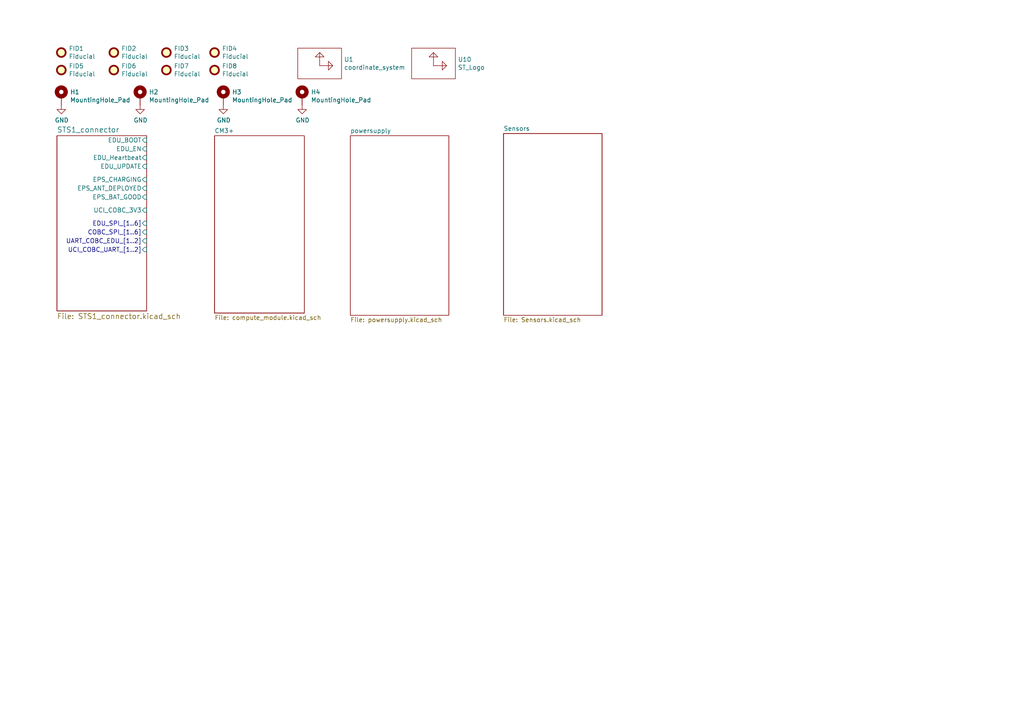
<source format=kicad_sch>
(kicad_sch (version 20211123) (generator eeschema)
  (paper "A4")
  (title_block (title "STS1 template") (date "21.02.2021") (rev "1.0") (company "TU Wien Space Team"))
  (lib_symbols
    (symbol "Mechanical:Fiducial"
      (property "Reference" "FID" (at 0 5.08 0))
      (property "Value" "Fiducial" (at 0 3.175 0))
      (symbol "Fiducial_0_1"
        (circle (center 0 0) (radius 1.27) (stroke (width 0.508)) (fill (type background)))
      )
    )
    (symbol "Mechanical:MountingHole_Pad" (pin_numbers hide) (pin_names (offset 1.016) hide)
      (property "Reference" "H" (at 0 6.35 0))
      (property "Value" "MountingHole_Pad" (at 0 4.445 0))
      (symbol "MountingHole_Pad_0_1"
        (circle (center 0 1.27) (radius 1.27) (stroke (width 1.27)))
      )
      (symbol "MountingHole_Pad_1_1"
        (pin input line (at 0 -2.54 90) (length 2.54) (name "1") (number "1"))
      )
    )
    (symbol "STS1_template-rescue:coordinate_system-STS-con" (pin_names (offset 1.016))
      (property "Reference" "U" (at -5.08 6.35 0))
      (property "Value" "coordinate_system-STS-con" (at -1.27 -5.08 0))
      (symbol "coordinate_system-STS-con_0_1"
        (rectangle (start -6.35 5.08) (end 6.35 -3.81))
        (polyline (pts (xy 0 0) (xy 0 3.81)))
        (polyline (pts (xy 0 0) (xy 3.81 0)))
        (polyline (pts (xy 0 3.81) (xy -1.27 2.54) (xy 1.27 2.54) (xy 0 3.81)))
        (polyline (pts (xy 3.81 0) (xy 2.54 1.27) (xy 2.54 -1.27) (xy 3.81 0)))
      )
    )
    (symbol "power:GND" (power) (pin_names (offset 0))
      (property "Value" "GND" (at 0 -3.81 0))
      (symbol "GND_0_1"
        (polyline (pts (xy 0 0) (xy 0 -1.27) (xy 1.27 -1.27) (xy 0 -2.54) (xy -1.27 -1.27) (xy 0 -1.27)))
      )
      (symbol "GND_1_1"
        (pin power_in line (at 0 0 270) (length 0) hide (name "GND") (number "1"))
      )
    )
  )
  (symbol (lib_id "Mechanical:Fiducial") (at 17.78 15.24 0) (unit 1)
    (property "Reference" "FID1" (at 19.939 14.0716 0) (effects (justify left)))
    (property "Value" "Fiducial" (at 19.939 16.383 0) (effects (justify left)))
    (property "Footprint" "Fiducial:Fiducial_0.75mm_Mask1.5mm" (effects hide))
  )
  (symbol (lib_id "Mechanical:Fiducial") (at 33.02 15.24 0) (unit 1)
    (property "Reference" "FID2" (at 35.179 14.0716 0) (effects (justify left)))
    (property "Value" "Fiducial" (at 35.179 16.383 0) (effects (justify left)))
    (property "Footprint" "Fiducial:Fiducial_0.75mm_Mask1.5mm" (effects hide))
  )
  (symbol (lib_id "Mechanical:Fiducial") (at 48.26 15.24 0) (unit 1)
    (property "Reference" "FID3" (at 50.419 14.0716 0) (effects (justify left)))
    (property "Value" "Fiducial" (at 50.419 16.383 0) (effects (justify left)))
    (property "Footprint" "Fiducial:Fiducial_0.75mm_Mask1.5mm" (effects hide))
  )
  (symbol (lib_id "Mechanical:Fiducial") (at 62.23 15.24 0) (unit 1)
    (property "Reference" "FID4" (at 64.389 14.0716 0) (effects (justify left)))
    (property "Value" "Fiducial" (at 64.389 16.383 0) (effects (justify left)))
    (property "Footprint" "Fiducial:Fiducial_0.75mm_Mask1.5mm" (effects hide))
  )
  (symbol (lib_id "Mechanical:MountingHole_Pad") (at 17.78 27.94 0) (unit 1)
    (property "Reference" "H1" (at 20.32 26.6954 0) (effects (justify left)))
    (property "Value" "MountingHole_Pad" (at 20.32 29.0068 0) (effects (justify left)))
    (property "Footprint" "MountingHole:MountingHole_4.3mm_M4_Pad_Via" (effects hide))
  )
  (symbol (lib_id "Mechanical:MountingHole_Pad") (at 40.64 27.94 0) (unit 1)
    (property "Reference" "H2" (at 43.18 26.6954 0) (effects (justify left)))
    (property "Value" "MountingHole_Pad" (at 43.18 29.0068 0) (effects (justify left)))
    (property "Footprint" "MountingHole:MountingHole_4.3mm_M4_Pad_Via" (effects hide))
  )
  (symbol (lib_id "Mechanical:MountingHole_Pad") (at 64.77 27.94 0) (unit 1)
    (property "Reference" "H3" (at 67.31 26.6954 0) (effects (justify left)))
    (property "Value" "MountingHole_Pad" (at 67.31 29.0068 0) (effects (justify left)))
    (property "Footprint" "MountingHole:MountingHole_4.3mm_M4_Pad_Via" (effects hide))
  )
  (symbol (lib_id "Mechanical:MountingHole_Pad") (at 87.63 27.94 0) (unit 1)
    (property "Reference" "H4" (at 90.17 26.6954 0) (effects (justify left)))
    (property "Value" "MountingHole_Pad" (at 90.17 29.0068 0) (effects (justify left)))
    (property "Footprint" "MountingHole:MountingHole_4.3mm_M4_Pad_Via" (effects hide))
  )
  (symbol (lib_id "power:GND") (at 87.63 30.48 0) (unit 1)
    (property "Reference" "#PWR0101" (effects hide))
    (property "Value" "GND" (at 87.757 34.8742 0))
  )
  (symbol (lib_id "power:GND") (at 64.77 30.48 0) (unit 1)
    (property "Reference" "#PWR0102" (effects hide))
    (property "Value" "GND" (at 64.897 34.8742 0))
  )
  (symbol (lib_id "power:GND") (at 40.64 30.48 0) (unit 1)
    (property "Reference" "#PWR0103" (effects hide))
    (property "Value" "GND" (at 40.767 34.8742 0))
  )
  (symbol (lib_id "power:GND") (at 17.78 30.48 0) (unit 1)
    (property "Reference" "#PWR0104" (effects hide))
    (property "Value" "GND" (at 17.907 34.8742 0))
  )
  (symbol (lib_id "STS1_template-rescue:coordinate_system-STS-con") (at 92.71 19.05 0) (unit 1)
    (property "Reference" "U1" (at 99.7712 17.2466 0) (effects (justify left)))
    (property "Value" "coordinate_system" (at 99.7712 19.558 0) (effects (justify left)))
    (property "Footprint" "STS:Coordinates" (effects hide))
  )
  (symbol (lib_id "Mechanical:Fiducial") (at 17.78 20.32 0) (unit 1)
    (property "Reference" "FID5" (at 19.939 19.1516 0) (effects (justify left)))
    (property "Value" "Fiducial" (at 19.939 21.463 0) (effects (justify left)))
    (property "Footprint" "Fiducial:Fiducial_0.75mm_Mask1.5mm" (effects hide))
  )
  (symbol (lib_id "Mechanical:Fiducial") (at 33.02 20.32 0) (unit 1)
    (property "Reference" "FID6" (at 35.179 19.1516 0) (effects (justify left)))
    (property "Value" "Fiducial" (at 35.179 21.463 0) (effects (justify left)))
    (property "Footprint" "Fiducial:Fiducial_0.75mm_Mask1.5mm" (effects hide))
  )
  (symbol (lib_id "Mechanical:Fiducial") (at 48.26 20.32 0) (unit 1)
    (property "Reference" "FID7" (at 50.419 19.1516 0) (effects (justify left)))
    (property "Value" "Fiducial" (at 50.419 21.463 0) (effects (justify left)))
    (property "Footprint" "Fiducial:Fiducial_0.75mm_Mask1.5mm" (effects hide))
  )
  (symbol (lib_id "Mechanical:Fiducial") (at 62.23 20.32 0) (unit 1)
    (property "Reference" "FID8" (at 64.389 19.1516 0) (effects (justify left)))
    (property "Value" "Fiducial" (at 64.389 21.463 0) (effects (justify left)))
    (property "Footprint" "Fiducial:Fiducial_0.75mm_Mask1.5mm" (effects hide))
  )
  (symbol (lib_id "STS1_template-rescue:coordinate_system-STS-con") (at 125.73 19.05 0) (unit 1)
    (property "Reference" "U10" (at 132.7912 17.2466 0) (effects (justify left)))
    (property "Value" "ST_Logo" (at 132.7912 19.558 0) (effects (justify left)))
    (property "Footprint" "STS_Logo:STLogo_7x8" (effects hide))
  )
  (sheet (at 16.51 39.37) (size 26.035 50.8)
    (property "Sheet name" "STS1_connector" (at 16.51 38.5314 0) (effects (font (size 1.524 1.524)) (justify left bottom)))
    (property "Sheet file" "STS1_connector.kicad_sch" (at 16.51 90.8562 0) (effects (font (size 1.524 1.524)) (justify left top)))
    (pin "EDU_Heartbeat" input (at 42.545 45.72 0))
    (pin "EDU_EN" input (at 42.545 43.18 0))
    (pin "EDU_UPDATE" input (at 42.545 48.26 0))
    (pin "EDU_SPI_[1..6]" input (at 42.545 64.77 0))
    (pin "EPS_CHARGING" input (at 42.545 52.07 0))
    (pin "EPS_ANT_DEPLOYED" input (at 42.545 54.61 0))
    (pin "EPS_BAT_GOOD" input (at 42.545 57.15 0))
    (pin "UCI_COBC_3V3" input (at 42.545 60.96 0))
    (pin "UCI_COBC_UART_[1..2]" input (at 42.545 72.39 0))
    (pin "COBC_SPI_[1..6]" input (at 42.545 67.31 0))
    (pin "UART_COBC_EDU_[1..2]" input (at 42.545 69.85 0))
    (pin "EDU_BOOT" input (at 42.545 40.64 0))
  )
  (sheet (at 146.05 38.735) (size 28.575 52.705) (stroke (width 0.1524))
    (property "Sheet name" "Sensors" (at 146.05 38.0234 0) (effects (justify left bottom)))
    (property "Sheet file" "Sensors.kicad_sch" (at 146.05 92.0246 0) (effects (justify left top)))
  )
  (sheet (at 62.23 39.37) (size 26.035 51.435) (stroke (width 0.1524))
    (property "Sheet name" "CM3+" (at 62.23 38.6584 0) (effects (justify left bottom)))
    (property "Sheet file" "compute_module.kicad_sch" (at 62.23 91.3896 0) (effects (justify left top)))
  )
  (sheet (at 101.6 39.37) (size 28.575 52.07) (stroke (width 0.1524))
    (property "Sheet name" "powersupply" (at 101.6 38.6584 0) (effects (justify left bottom)))
    (property "Sheet file" "powersupply.kicad_sch" (at 101.6 92.0246 0) (effects (justify left top)))
  )
)
</source>
